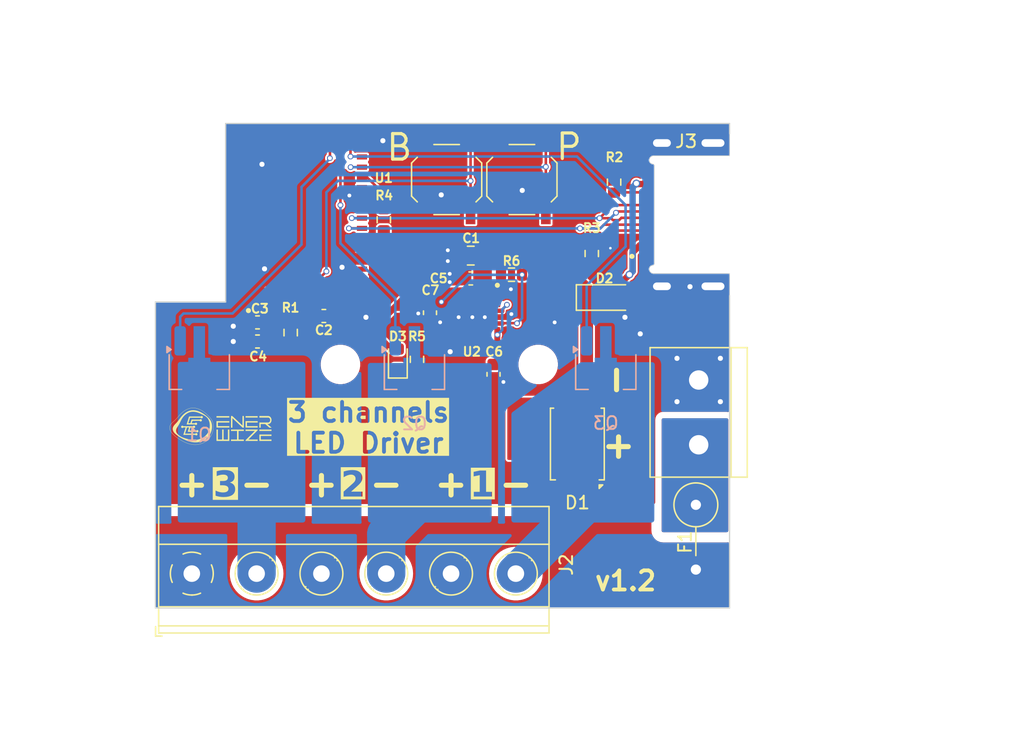
<source format=kicad_pcb>
(kicad_pcb
	(version 20240108)
	(generator "pcbnew")
	(generator_version "8.0")
	(general
		(thickness 1.6)
		(legacy_teardrops no)
	)
	(paper "A4")
	(title_block
		(comment 4 "AISLER Project ID: KMITUCAF")
	)
	(layers
		(0 "F.Cu" signal)
		(31 "B.Cu" signal)
		(32 "B.Adhes" user "B.Adhesive")
		(33 "F.Adhes" user "F.Adhesive")
		(34 "B.Paste" user)
		(35 "F.Paste" user)
		(36 "B.SilkS" user "B.Silkscreen")
		(37 "F.SilkS" user "F.Silkscreen")
		(38 "B.Mask" user)
		(39 "F.Mask" user)
		(40 "Dwgs.User" user "User.Drawings")
		(41 "Cmts.User" user "User.Comments")
		(42 "Eco1.User" user "User.Eco1")
		(43 "Eco2.User" user "User.Eco2")
		(44 "Edge.Cuts" user)
		(45 "Margin" user)
		(46 "B.CrtYd" user "B.Courtyard")
		(47 "F.CrtYd" user "F.Courtyard")
		(48 "B.Fab" user)
		(49 "F.Fab" user)
		(50 "User.1" user)
		(51 "User.2" user)
		(52 "User.3" user)
		(53 "User.4" user)
		(54 "User.5" user)
		(55 "User.6" user)
		(56 "User.7" user)
		(57 "User.8" user)
		(58 "User.9" user)
	)
	(setup
		(stackup
			(layer "F.SilkS"
				(type "Top Silk Screen")
			)
			(layer "F.Paste"
				(type "Top Solder Paste")
			)
			(layer "F.Mask"
				(type "Top Solder Mask")
				(thickness 0.01)
			)
			(layer "F.Cu"
				(type "copper")
				(thickness 0.035)
			)
			(layer "dielectric 1"
				(type "core")
				(thickness 1.51)
				(material "FR4")
				(epsilon_r 4.5)
				(loss_tangent 0.02)
			)
			(layer "B.Cu"
				(type "copper")
				(thickness 0.035)
			)
			(layer "B.Mask"
				(type "Bottom Solder Mask")
				(thickness 0.01)
			)
			(layer "B.Paste"
				(type "Bottom Solder Paste")
			)
			(layer "B.SilkS"
				(type "Bottom Silk Screen")
			)
			(copper_finish "None")
			(dielectric_constraints no)
		)
		(pad_to_mask_clearance 0)
		(allow_soldermask_bridges_in_footprints no)
		(grid_origin 55.25 24)
		(pcbplotparams
			(layerselection 0x00010fc_ffffffff)
			(plot_on_all_layers_selection 0x0000000_00000000)
			(disableapertmacros no)
			(usegerberextensions no)
			(usegerberattributes yes)
			(usegerberadvancedattributes yes)
			(creategerberjobfile yes)
			(dashed_line_dash_ratio 12.000000)
			(dashed_line_gap_ratio 3.000000)
			(svgprecision 4)
			(plotframeref no)
			(viasonmask no)
			(mode 1)
			(useauxorigin no)
			(hpglpennumber 1)
			(hpglpenspeed 20)
			(hpglpendiameter 15.000000)
			(pdf_front_fp_property_popups yes)
			(pdf_back_fp_property_popups yes)
			(dxfpolygonmode yes)
			(dxfimperialunits yes)
			(dxfusepcbnewfont yes)
			(psnegative no)
			(psa4output no)
			(plotreference yes)
			(plotvalue yes)
			(plotfptext yes)
			(plotinvisibletext no)
			(sketchpadsonfab no)
			(subtractmaskfromsilk no)
			(outputformat 1)
			(mirror no)
			(drillshape 1)
			(scaleselection 1)
			(outputdirectory "")
		)
	)
	(net 0 "")
	(net 1 "3V3")
	(net 2 "GND")
	(net 3 "/esp32-c6/D-")
	(net 4 "/esp32-c6/D+")
	(net 5 "unconnected-(U1-IO5-Pad10)")
	(net 6 "unconnected-(U1-NC-Pad34)")
	(net 7 "unconnected-(U1-IO23-Pad29)")
	(net 8 "unconnected-(U1-NC-Pad7)")
	(net 9 "unconnected-(U1-IO6-Pad15)")
	(net 10 "unconnected-(U1-NC-Pad4)")
	(net 11 "unconnected-(U1-IO18-Pad24)")
	(net 12 "unconnected-(U1-NC-Pad35)")
	(net 13 "unconnected-(U1-IO3-Pad6)")
	(net 14 "unconnected-(U1-IO7-Pad16)")
	(net 15 "unconnected-(U1-TXD0-Pad31)")
	(net 16 "unconnected-(U1-NC-Pad33)")
	(net 17 "unconnected-(U1-IO15-Pad20)")
	(net 18 "unconnected-(U1-NC-Pad32)")
	(net 19 "unconnected-(U1-IO2-Pad5)")
	(net 20 "unconnected-(U1-NC-Pad21)")
	(net 21 "IO19")
	(net 22 "unconnected-(U1-IO14-Pad19)")
	(net 23 "unconnected-(U1-IO4-Pad9)")
	(net 24 "unconnected-(U1-IO22-Pad28)")
	(net 25 "unconnected-(U1-RXD0-Pad30)")
	(net 26 "unconnected-(U1-IO0-Pad12)")
	(net 27 "IO20")
	(net 28 "unconnected-(U1-IO1-Pad13)")
	(net 29 "IO21")
	(net 30 "Net-(SW1-A)")
	(net 31 "Net-(U1-IO8)")
	(net 32 "Net-(SW2-A)")
	(net 33 "Net-(J2-Pin_2)")
	(net 34 "Net-(J2-Pin_4)")
	(net 35 "Net-(J2-Pin_6)")
	(net 36 "Net-(J1-Pin_1)")
	(net 37 "Net-(J3-CC2)")
	(net 38 "Net-(J3-CC1)")
	(net 39 "unconnected-(J3-SBU2-PadB8)")
	(net 40 "unconnected-(J3-SBU1-PadA8)")
	(net 41 "Net-(D1-A)")
	(net 42 "Vusb")
	(net 43 "Net-(D3-K)")
	(net 44 "Net-(U2-RT)")
	(net 45 "Net-(U2-PGOOD)")
	(net 46 "Vin")
	(net 47 "unconnected-(U2-SW-Pad5)")
	(net 48 "unconnected-(U2-BOOT-Pad7)")
	(net 49 "unconnected-(U2-SW-Pad5)_1")
	(footprint "Resistor_SMD:R_0603_1608Metric_Pad0.98x0.95mm_HandSolder" (layer "F.Cu") (at 65.85 40.4 90))
	(footprint "MountingHole:MountingHole_2.7mm_M2.5_DIN965" (layer "F.Cu") (at 85.25 42.9))
	(footprint "TerminalBlock:TerminalBlock_bornier-2_P5.08mm" (layer "F.Cu") (at 97.83 49.2 90))
	(footprint "Button_Switch_SMD:SW_Push_1P1T_XKB_TS-1187A" (layer "F.Cu") (at 83.975 28.4 90))
	(footprint "LED_SMD:LED_0603_1608Metric" (layer "F.Cu") (at 74.25 42.48 90))
	(footprint "Enerwize:DEALON USB-TYPE-C-016" (layer "F.Cu") (at 98.95 31.15 90))
	(footprint "Enerwize:ESP32-C6-MINI-1-N4" (layer "F.Cu") (at 66.5375 31.425 90))
	(footprint "Capacitor_SMD:C_0603_1608Metric" (layer "F.Cu") (at 63.25 39.6 180))
	(footprint "Resistor_THT:R_Axial_DIN0309_L9.0mm_D3.2mm_P5.08mm_Vertical" (layer "F.Cu") (at 97.61 53.91 -90))
	(footprint "Capacitor_SMD:C_0603_1608Metric" (layer "F.Cu") (at 81.75 43.675 -90))
	(footprint "Capacitor_SMD:C_0603_1608Metric" (layer "F.Cu") (at 79.965 36.1535 180))
	(footprint "Capacitor_SMD:C_0603_1608Metric" (layer "F.Cu") (at 68.45 39.1 180))
	(footprint "Capacitor_SMD:C_0805_2012Metric" (layer "F.Cu") (at 79.965 34.3635 180))
	(footprint "TerminalBlock_Phoenix:TerminalBlock_Phoenix_MKDS-1,5-6-5.08_1x06_P5.08mm_Horizontal" (layer "F.Cu") (at 58.1 59.305))
	(footprint "MountingHole:MountingHole_2.7mm_M2.5_DIN965" (layer "F.Cu") (at 69.75 42.9))
	(footprint "Resistor_SMD:R_0603_1608Metric" (layer "F.Cu") (at 91.2 28.6 -90))
	(footprint "Capacitor_SMD:C_0603_1608Metric" (layer "F.Cu") (at 63.25 41.1 180))
	(footprint "Button_Switch_SMD:SW_Push_1P1T_XKB_TS-1187A" (layer "F.Cu") (at 78.075 28.4 90))
	(footprint "Resistor_SMD:R_0603_1608Metric" (layer "F.Cu") (at 83.16 35.86 180))
	(footprint "Enerwize:QFN-FCMOD - 2.1 mm max height"
		(layer "F.Cu")
		(uuid "a5e27724-e864-4ce5-b712-8dfdf1c94eb1")
		(at 80.09 39.1875 -90)
		(property "Reference" "U2"
			(at 2.7125 0.04 0)
			(layer "F.SilkS")
			(uuid "4a06a47c-22c9-47a9-865c-cfa1c4beb5e9")
			(effects
				(font
					(size 0.7 0.7)
					(thickness 0.15)
				)
			)
		)
		(property "Value" "TPSM365R6V3"
			(at 9.18 3.364999 90)
			(layer "F.Fab")
			(uuid "6c03d13a-0f26-4ba3-a051-a91d5992ad14")
			(effects
				(font
					(size 1 1)
					(thickness 0.15)
				)
			)
		)
		(property "Footprint" "Enerwize:QFN-FCMOD - 2.1 mm max height"
			(at 0 0 90)
			(layer "F.Fab")
			(hide yes)
			(uuid "0340f1b4-d714-428a-9872-3b267c13e46b")
			(effects
				(font
					(size 1.27 1.27)
					(thickness 0.15)
				)
			)
		)
		(property "Datasheet" "https://www.ti.com/lit/ds/symlink/tpsm365r6.pdf"
			(at 0 0 90)
			(layer "F.Fab")
			(hide yes)
			(uuid "28435ac9-6c47-4974-91b4-65e2455195b5")
			(effects
				(font
					(size 1.27 1.27)
					(thickness 0.15)
				)
			)
		)
		(property "Description" "65-V input, 600mA, stepdown, DC/DC converter"
			(at 0 0 90)
			(layer "F.Fab")
			(hide yes)
			(uuid "6a7cfacd-6236-4c95-a43a-58a94e64c04a")
			(effects
				(font
					(size 1.27 1.27)
					(thickness 0.15)
				)
			)
		)
		(property "LCSC Part #" "C18208843"
			(at 0 0 -90)
			(unlocked yes)
			(layer "F.Fab")
			(hide yes)
			(uuid "9057b8ef-525b-4346-bfb3-3e316013010d")
			(effects
				(font
					(size 1 1)
					(thickness 0.15)
				)
			)
		)
		(property "Height" ""
			(at 0 0 -90)
			(unlocked yes)
			(layer "F.Fab")
			(hide yes)
			(uuid "0647ee3e-e1c8-45d6-80e0-54b4d2a56c77")
			(effects
				(font
					(size 1 1)
					(thickness 0.15)
				)
			)
		)
		(property "Manufacturer_Name" ""
			(at 0 0 -90)
			(unlocked yes)
			(layer "F.Fab")
			(hide yes)
			(uuid "94307047-c137-49a8-abaf-f09fae2705d0")
			(effects
				(font
					(size 1 1)
					(thickness 0.15)
				)
			)
		)
		(property "Manufacturer_Part_Number" ""
			(at 0 0 -90)
			(unlocked yes)
			(layer "F.Fab")
			(hide yes)
			(uuid "2ca715fb-bd75-4853-a72f-a4bcc305e623")
			(effects
				(font
					(size 1 1)
					(thickness 0.15)
				)
			)
		)
		(property "Mouser Part Number" ""
			(at 0 0 -90)
			(unlocked yes)
			(layer "F.Fab")
			(hide yes)
			(uuid "7eaa4aae-b1d8-4de1-80e9-8b4833f1c9c7")
			(effects
				(font
					(size 1 1)
					(thickness 0.15)
				)
			)
		)
		(property "Mouser Price/Stock" ""
			(at 0 0 -90)
			(unlocked yes)
			(layer "F.Fab")
			(hide yes)
			(uuid "a45bb534-d3eb-428e-b0d6-57d3111af3d9")
			(effects
				(font
					(size 1 1)
					(thickness 0.15)
				)
			)
		)
		(property ki_fp_filters "Texas*B3QFN*1EP*5x5.5mm*P0.65mm*")
		(path "/e5586072-d19e-4adf-9519-62330f02c9f8/2614ff04-2d1c-40c4-97d8-39b11bcfa496")
		(sheetname "DCDC Buck converter")
		(sheetfile "TPSM365R6.kicad_sch")
		(attr through_hole)
		(fp_poly
			(pts
				(xy -1.33 2.02) (xy -1.333 2.02) (xy -1.335 2.02) (xy -1.338 2.019) (xy -1.34 2.019) (xy -1.343 2.018)
				(xy -1.345 2.018) (xy -1.348 2.017) (xy -1.35 2.016) (xy -1.353 2.015) (xy -1.355 2.013) (xy -1.357 2.012)
				(xy -1.359 2.01) (xy -1.361 2.009) (xy -1.363 2.007) (xy -1.365 2.005) (xy -1.367 2.003) (xy -1.369 2.001)
				(xy -1.37 1.999) (xy -1.372 1.997) (xy -1.373 1.995) (xy -1.375 1.993) (xy -1.376 1.99) (xy -1.377 1.988)
				(xy -1.378 1.985) (xy -1.378 1.983) (xy -1.379 1.98) (xy -1.379 1.978) (xy -1.38 1.975) (xy -1.38 1.973)
				(xy -1.38 1.97) (xy -1.38 1.56) (xy -1.38 1.557) (xy -1.38 1.555) (xy -1.379 1.552) (xy -1.379 1.55)
				(xy -1.378 1.547) (xy -1.378 1.545) (xy -1.377 1.542) (xy -1.376 1.54) (xy -1.375 1.537) (xy -1.373 1.535)
				(xy -1.372 1.533) (xy -1.37 1.531) (xy -1.369 1.529) (xy -1.367 1.527) (xy -1.365 1.525) (xy -1.363 1.523)
				(xy -1.361 1.521) (xy -1.359 1.52) (xy -1.357 1.518) (xy -1.355 1.517) (xy -1.353 1.515) (xy -1.35 1.514)
				(xy -1.348 1.513) (xy -1.345 1.512) (xy -1.343 1.512) (xy -1.34 1.511) (xy -1.338 1.511) (xy -1.335 1.51)
				(xy -1.333 1.51) (xy -1.33 1.51) (xy -0.5 1.51) (xy -0.497 1.51) (xy -0.495 1.51) (xy -0.492 1.511)
				(xy -0.49 1.511) (xy -0.487 1.512) (xy -0.485 1.512) (xy -0.482 1.513) (xy -0.48 1.514) (xy -0.477 1.515)
				(xy -0.475 1.517) (xy -0.473 1.518) (xy -0.471 1.52) (xy -0.469 1.521) (xy -0.467 1.523) (xy -0.465 1.525)
				(xy -0.463 1.527) (xy -0.461 1.529) (xy -0.46 1.531) (xy -0.458 1.533) (xy -0.457 1.535) (xy -0.455 1.537)
				(xy -0.454 1.54) (xy -0.453 1.542) (xy -0.452 1.545) (xy -0.452 1.547) (xy -0.451 1.55) (xy -0.451 1.552)
				(xy -0.45 1.555) (xy -0.45 1.557) (xy -0.45 1.56) (xy -0.45 1.97) (xy -0.45 1.973) (xy -0.45 1.975)
				(xy -0.451 1.978) (xy -0.451 1.98) (xy -0.452 1.983) (xy -0.452 1.985) (xy -0.453 1.988) (xy -0.454 1.99)
				(xy -0.455 1.993) (xy -0.457 1.995) (xy -0.458 1.997) (xy -0.46 1.999) (xy -0.461 2.001) (xy -0.463 2.003)
				(xy -0.465 2.005) (xy -0.467 2.007) (xy -0.469 2.009) (xy -0.471 2.01) (xy -0.473 2.012) (xy -0.475 2.013)
				(xy -0.477 2.015) (xy -0.48 2.016) (xy -0.482 2.017) (xy -0.485 2.018) (xy -0.487 2.018) (xy -0.49 2.019)
				(xy -0.492 2.019) (xy -0.495 2.02) (xy -0.497 2.02) (xy -0.5 2.02) (xy -1.33 2.02)
			)
			(stroke
				(width 0.01)
				(type solid)
			)
			(fill solid)
			(layer "F.Paste")
			(uuid "f0dc3c96-8cb8-4ccd-86cc-b768504c5816")
		)
		(fp_poly
			(pts
				(xy 1.33 2.02) (xy 1.333 2.02) (xy 1.335 2.02) (xy 1.338 2.019) (xy 1.34 2.019) (xy 1.343 2.018)
				(xy 1.345 2.018) (xy 1.348 2.017) (xy 1.35 2.016) (xy 1.353 2.015) (xy 1.355 2.013) (xy 1.357 2.012)
				(xy 1.359 2.01) (xy 1.361 2.009) (xy 1.363 2.007) (xy 1.365 2.005) (xy 1.367 2.003) (xy 1.369 2.001)
				(xy 1.37 1.999) (xy 1.372 1.997) (xy 1.373 1.995) (xy 1.375 1.993) (xy 1.376 1.99) (xy 1.377 1.988)
				(xy 1.378 1.985) (xy 1.378 1.983) (xy 1.379 1.98) (xy 1.379 1.978) (xy 1.38 1.975) (xy 1.38 1.973)
				(xy 1.38 1.97) (xy 1.38 1.56) (xy 1.38 1.557) (xy 1.38 1.555) (xy 1.379 1.552) (xy 1.379 1.55) (xy 1.378 1.547)
				(xy 1.378 1.545) (xy 1.377 1.542) (xy 1.376 1.54) (xy 1.375 1.537) (xy 1.373 1.535) (xy 1.372 1.533)
				(xy 1.37 1.531) (xy 1.369 1.529) (xy 1.367 1.527) (xy 1.365 1.525) (xy 1.363 1.523) (xy 1.361 1.521)
				(xy 1.359 1.52) (xy 1.357 1.518) (xy 1.355 1.517) (xy 1.353 1.515) (xy 1.35 1.514) (xy 1.348 1.513)
				(xy 1.345 1.512) (xy 1.343 1.512) (xy 1.34 1.511) (xy 1.338 1.511) (xy 1.335 1.51) (xy 1.333 1.51)
				(xy 1.33 1.51) (xy 0.5 1.51) (xy 0.497 1.51) (xy 0.495 1.51) (xy 0.492 1.511) (xy 0.49 1.511) (xy 0.487 1.512)
				(xy 0.485 1.512) (xy 0.482 1.513) (xy 0.48 1.514) (xy 0.477 1.515) (xy 0.475 1.517) (xy 0.473 1.518)
				(xy 0.471 1.52) (xy 0.469 1.521) (xy 0.467 1.523) (xy 0.465 1.525) (xy 0.463 1.527) (xy 0.461 1.529)
				(xy 0.46 1.531) (xy 0.458 1.533) (xy 0.457 1.535) (xy 0.455 1.537) (xy 0.454 1.54) (xy 0.453 1.542)
				(xy 0.452 1.545) (xy 0.452 1.547) (xy 0.451 1.55) (xy 0.451 1.552) (xy 0.45 1.555) (xy 0.45 1.557)
				(xy 0.45 1.56) (xy 0.45 1.97) (xy 0.45 1.973) (xy 0.45 1.975) (xy 0.451 1.978) (xy 0.451 1.98) (xy 0.452 1.983)
				(xy 0.452 1.985) (xy 0.453 1.988) (xy 0.454 1.99) (xy 0.455 1.993) (xy 0.457 1.995) (xy 0.458 1.997)
				(xy 0.46 1.999) (xy 0.461 2.001) (xy 0.463 2.003) (xy 0.465 2.005) (xy 0.467 2.007) (xy 0.469 2.009)
				(xy 0.471 2.01) (xy 0.473 2.012) (xy 0.475 2.013) (xy 0.477 2.015) (xy 0.48 2.016) (xy 0.482 2.017)
				(xy 0.485 2.018) (xy 0.487 2.018) (xy 0.49 2.019) (xy 0.492 2.019) (xy 0.495 2.02) (xy 0.497 2.02)
				(xy 0.5 2.02) (xy 1.33 2.02)
			)
			(stroke
				(width 0.01)
				(type solid)
			)
			(fill solid)
			(layer "F.Paste")
			(uuid "1e84b252-5126-40ba-a362-2198fa5b54f3")
		)
		(fp_poly
			(pts
				(xy -1.95 1.72) (xy -1.95 1.87) (xy -1.95 1.873) (xy -1.95 1.875) (xy -1.949 1.878) (xy -1.949 1.88)
				(xy -1.948 1.883) (xy -1.948 1.885) (xy -1.947 1.888) (xy -1.946 1.89) (xy -1.945 1.893) (xy -1.943 1.895)
				(xy -1.942 1.897) (xy -1.94 1.899) (xy -1.939 1.901) (xy -1.937 1.903) (xy -1.935 1.905) (xy -1.933 1.907)
				(xy -1.931 1.909) (xy -1.929 1.91) (xy -1.927 1.912) (xy -1.925 1.913) (xy -1.923 1.915) (xy -1.92 1.916)
				(xy -1.918 1.917) (xy -1.915 1.918) (xy -1.913 1.918) (xy -1.91 1.919) (xy -1.908 1.919) (xy -1.905 1.92)
				(xy -1.903 1.92) (xy -1.9 1.92) (xy -1.625 1.92) (xy -1.622 1.92) (xy -1.62 1.92) (xy -1.617 1.919)
				(xy -1.615 1.919) (xy -1.612 1.918) (xy -1.61 1.918) (xy -1.607 1.917) (xy -1.605 1.916) (xy -1.602 1.915)
				(xy -1.6 1.913) (xy -1.598 1.912) (xy -1.596 1.91) (xy -1.594 1.909) (xy -1.592 1.907) (xy -1.59 1.905)
				(xy -1.588 1.903) (xy -1.586 1.901) (xy -1.585 1.899) (xy -1.583 1.897) (xy -1.582 1.895) (xy -1.58 1.893)
				(xy -1.579 1.89) (xy -1.578 1.888) (xy -1.577 1.885) (xy -1.577 1.883) (xy -1.576 1.88) (xy -1.576 1.878)
				(xy -1.575 1.875) (xy -1.575 1.873) (xy -1.575 1.87) (xy -1.575 1.72) (xy -1.575 1.717) (xy -1.575 1.715)
				(xy -1.576 1.712) (xy -1.576 1.71) (xy -1.577 1.707) (xy -1.577 1.705) (xy -1.578 1.702) (xy -1.579 1.7)
				(xy -1.58 1.697) (xy -1.582 1.695) (xy -1.583 1.693) (xy -1.585 1.691) (xy -1.586 1.689) (xy -1.588 1.687)
				(xy -1.59 1.685) (xy -1.592 1.683) (xy -1.594 1.681) (xy -1.596 1.68) (xy -1.598 1.678) (xy -1.6 1.677)
				(xy -1.602 1.675) (xy -1.605 1.674) (xy -1.607 1.673) (xy -1.61 1.672) (xy -1.612 1.672) (xy -1.615 1.671)
				(xy -1.617 1.671) (xy -1.62 1.67) (xy -1.622 1.67) (xy -1.625 1.67) (xy -1.9 1.67) (xy -1.903 1.67)
				(xy -1.905 1.67) (xy -1.908 1.671) (xy -1.91 1.671) (xy -1.913 1.672) (xy -1.915 1.672) (xy -1.918 1.673)
				(xy -1.92 1.674) (xy -1.923 1.675) (xy -1.925 1.677) (xy -1.927 1.678) (xy -1.929 1.68) (xy -1.931 1.681)
				(xy -1.933 1.683) (xy -1.935 1.685) (xy -1.937 1.687) (xy -1.939 1.689) (xy -1.94 1.691) (xy -1.942 1.693)
				(xy -1.943 1.695) (xy -1.945 1.697) (xy -1.946 1.7) (xy -1.947 1.702) (xy -1.948 1.705) (xy -1.948 1.707)
				(xy -1.949 1.71) (xy -1.949 1.712) (xy -1.95 1.715) (xy -1.95 1.717) (xy -1.95 1.72)
			)
			(stroke
				(width 0.01)
				(type solid)
			)
			(fill solid)
			(layer "F.Paste")
			(uuid "7aa0de95-2397-4313-a08f-565241da50f8")
		)
		(fp_poly
			(pts
				(xy 1.95 1.72) (xy 1.95 1.87) (xy 1.95 1.873) (xy 1.95 1.875) (xy 1.949 1.878) (xy 1.949 1.88) (xy 1.948 1.883)
				(xy 1.948 1.885) (xy 1.947 1.888) (xy 1.946 1.89) (xy 1.945 1.893) (xy 1.943 1.895) (xy 1.942 1.897)
				(xy 1.94 1.899) (xy 1.939 1.901) (xy 1.937 1.903) (xy 1.935 1.905) (xy 1.933 1.907) (xy 1.931 1.909)
				(xy 1.929 1.91) (xy 1.927 1.912) (xy 1.925 1.913) (xy 1.923 1.915) (xy 1.92 1.916) (xy 1.918 1.917)
				(xy 1.915 1.918) (xy 1.913 1.918) (xy 1.91 1.919) (xy 1.908 1.919) (xy 1.905 1.92) (xy 1.903 1.92)
				(xy 1.9 1.92) (xy 1.625 1.92) (xy 1.622 1.92) (xy 1.62 1.92) (xy 1.617 1.919) (xy 1.615 1.919) (xy 1.612 1.918)
				(xy 1.61 1.918) (xy 1.607 1.917) (xy 1.605 1.916) (xy 1.602 1.915) (xy 1.6 1.913) (xy 1.598 1.912)
				(xy 1.596 1.91) (xy 1.594 1.909) (xy 1.592 1.907) (xy 1.59 1.905) (xy 1.588 1.903) (xy 1.586 1.901)
				(xy 1.585 1.899) (xy 1.583 1.897) (xy 1.582 1.895) (xy 1.58 1.893) (xy 1.579 1.89) (xy 1.578 1.888)
				(xy 1.577 1.885) (xy 1.577 1.883) (xy 1.576 1.88) (xy 1.576 1.878) (xy 1.575 1.875) (xy 1.575 1.873)
				(xy 1.575 1.87) (xy 1.575 1.72) (xy 1.575 1.717) (xy 1.575 1.715) (xy 1.576 1.712) (xy 1.576 1.71)
				(xy 1.577 1.707) (xy 1.577 1.705) (xy 1.578 1.702) (xy 1.579 1.7) (xy 1.58 1.697) (xy 1.582 1.695)
				(xy 1.583 1.693) (xy 1.585 1.691) (xy 1.586 1.689) (xy 1.588 1.687) (xy 1.59 1.685) (xy 1.592 1.683)
				(xy 1.594 1.681) (xy 1.596 1.68) (xy 1.598 1.678) (xy 1.6 1.677) (xy 1.602 1.675) (xy 1.605 1.674)
				(xy 1.607 1.673) (xy 1.61 1.672) (xy 1.612 1.672) (xy 1.615 1.671) (xy 1.617 1.671) (xy 1.62 1.67)
				(xy 1.622 1.67) (xy 1.625 1.67) (xy 1.9 1.67) (xy 1.903 1.67) (xy 1.905 1.67) (xy 1.908 1.671) (xy 1.91 1.671)
				(xy 1.913 1.672) (xy 1.915 1.672) (xy 1.918 1.673) (xy 1.92 1.674) (xy 1.923 1.675) (xy 1.925 1.677)
				(xy 1.927 1.678) (xy 1.929 1.68) (xy 1.931 1.681) (xy 1.933 1.683) (xy 1.935 1.685) (xy 1.937 1.687)
				(xy 1.939 1.689) (xy 1.94 1.691) (xy 1.942 1.693) (xy 1.943 1.695) (xy 1.945 1.697) (xy 1.946 1.7)
				(xy 1.947 1.702) (xy 1.948 1.705) (xy 1.948 1.707) (xy 1.949 1.71) (xy 1.949 1.712) (xy 1.95 1.715)
				(xy 1.95 1.717) (xy 1.95 1.72)
			)
			(stroke
				(width 0.01)
				(type solid)
			)
			(fill solid)
			(layer "F.Paste")
			(uuid "c443eba8-d9f5-407b-adfd-37f754ce8adb")
		)
		(fp_poly
			(pts
				(xy -1.9 1.42) (xy -1.903 1.42) (xy -1.905 1.42) (xy -1.908 1.419) (xy -1.91 1.419) (xy -1.913 1.418)
				(xy -1.915 1.418) (xy -1.918 1.417) (xy -1.92 1.416) (xy -1.923 1.415) (xy -1.925 1.413) (xy -1.927 1.412)
				(xy -1.929 1.41) (xy -1.931 1.409) (xy -1.933 1.407) (xy -1.935 1.405) (xy -1.937 1.403) (xy -1.939 1.401)
				(xy -1.94 1.399) (xy -1.942 1.397) (xy -1.943 1.395) (xy -1.945 1.393) (xy -1.946 1.39) (xy -1.947 1.388)
				(xy -1.948 1.385) (xy -1.948 1.383) (xy -1.949 1.38) (xy -1.949 1.378) (xy -1.95 1.375) (xy -1.95 1.373)
				(xy -1.95 1.37) (xy -1.95 1.22) (xy -1.95 1.217) (xy -1.95 1.215) (xy -1.949 1.212) (xy -1.949 1.21)
				(xy -1.948 1.207) (xy -1.948 1.205) (xy -1.947 1.202) (xy -1.946 1.2) (xy -1.945 1.197) (xy -1.943 1.195)
				(xy -1.942 1.193) (xy -1.94 1.191) (xy -1.939 1.189) (xy -1.937 1.187) (xy -1.935 1.185) (xy -1.933 1.183)
				(xy -1.931 1.181) (xy -1.929 1.18) (xy -1.927 1.178) (xy -1.925 1.177) (xy -1.923 1.175) (xy -1.92 1.174)
				(xy -1.918 1.173) (xy -1.915 1.172) (xy -1.913 1.172) (xy -1.91 1.171) (xy -1.908 1.171) (xy -1.905 1.17)
				(xy -1.903 1.17) (xy -1.9 1.17) (xy -1.625 1.17) (xy -1.622 1.17) (xy -1.62 1.17) (xy -1.617 1.171)
				(xy -1.615 1.171) (xy -1.612 1.172) (xy -1.61 1.172) (xy -1.607 1.173) (xy -1.605 1.174) (xy -1.602 1.175)
				(xy -1.6 1.177) (xy -1.598 1.178) (xy -1.596 1.18) (xy -1.594 1.181) (xy -1.592 1.183) (xy -1.59 1.185)
				(xy -1.588 1.187) (xy -1.586 1.189) (xy -1.585 1.191) (xy -1.583 1.193) (xy -1.582 1.195) (xy -1.58 1.197)
				(xy -1.579 1.2) (xy -1.578 1.202) (xy -1.577 1.205) (xy -1.577 1.207) (xy -1.576 1.21) (xy -1.576 1.212)
				(xy -1.575 1.215) (xy -1.575 1.217) (xy -1.575 1.22) (xy -1.575 1.37) (xy -1.575 1.373) (xy -1.575 1.375)
				(xy -1.576 1.378) (xy -1.576 1.38) (xy -1.577 1.383) (xy -1.577 1.385) (xy -1.578 1.388) (xy -1.579 1.39)
				(xy -1.58 1.393) (xy -1.582 1.395) (xy -1.583 1.397) (xy -1.585 1.399) (xy -1.586 1.401) (xy -1.588 1.403)
				(xy -1.59 1.405) (xy -1.592 1.407) (xy -1.594 1.409) (xy -1.596 1.41) (xy -1.598 1.412) (xy -1.6 1.413)
				(xy -1.602 1.415) (xy -1.605 1.416) (xy -1.607 1.417) (xy -1.61 1.418) (xy -1.612 1.418) (xy -1.615 1.419)
				(xy -1.617 1.419) (xy -1.62 1.42) (xy -1.622 1.42) (xy -1.625 1.42) (xy -1.9 1.42)
			)
			(stroke
				(width 0.01)
				(type solid)
			)
			(fill solid)
			(layer "F.Paste")
			(uuid "47a64799-7945-4022-b0ae-0750caa5f3c9")
		)
		(fp_poly
			(pts
				(xy 1.9 1.42) (xy 1.903 1.42) (xy 1.905 1.42) (xy 1.908 1.419) (xy 1.91 1.419) (xy 1.913 1.418)
				(xy 1.915 1.418) (xy 1.918 1.417) (xy 1.92 1.416) (xy 1.923 1.415) (xy 1.925 1.413) (xy 1.927 1.412)
				(xy 1.929 1.41) (xy 1.931 1.409) (xy 1.933 1.407) (xy 1.935 1.405) (xy 1.937 1.403) (xy 1.939 1.401)
				(xy 1.94 1.399) (xy 1.942 1.397) (xy 1.943 1.395) (xy 1.945 1.393) (xy 1.946 1.39) (xy 1.947 1.388)
				(xy 1.948 1.385) (xy 1.948 1.383) (xy 1.949 1.38) (xy 1.949 1.378) (xy 1.95 1.375) (xy 1.95 1.373)
				(xy 1.95 1.37) (xy 1.95 1.22) (xy 1.95 1.217) (xy 1.95 1.215) (xy 1.949 1.212) (xy 1.949 1.21) (xy 1.948 1.207)
				(xy 1.948 1.205) (xy 1.947 1.202) (xy 1.946 1.2) (xy 1.945 1.197) (xy 1.943 1.195) (xy 1.942 1.193)
				(xy 1.94 1.191) (xy 1.939 1.189) (xy 1.937 1.187) (xy 1.935 1.185) (xy 1.933 1.183) (xy 1.931 1.181)
				(xy 1.929 1.18) (xy 1.927 1.178) (xy 1.925 1.177) (xy 1.923 1.175) (xy 1.92 1.174) (xy 1.918 1.173)
				(xy 1.915 1.172) (xy 1.913 1.172) (xy 1.91 1.171) (xy 1.908 1.171) (xy 1.905 1.17) (xy 1.903 1.17)
				(xy 1.9 1.17) (xy 1.625 1.17) (xy 1.622 1.17) (xy 1.62 1.17) (xy 1.617 1.171) (xy 1.615 1.171) (xy 1.612 1.172)
				(xy 1.61 1.172) (xy 1.607 1.173) (xy 1.605 1.174) (xy 1.602 1.175) (xy 1.6 1.177) (xy 1.598 1.178)
				(xy 1.596 1.18) (xy 1.594 1.181) (xy 1.592 1.183) (xy 1.59 1.185) (xy 1.588 1.187) (xy 1.586 1.189)
				(xy 1.585 1.191) (xy 1.583 1.193) (xy 1.582 1.195) (xy 1.58 1.197) (xy 1.579 1.2) (xy 1.578 1.202)
				(xy 1.577 1.205) (xy 1.577 1.207) (xy 1.576 1.21) (xy 1.576 1.212) (xy 1.575 1.215) (xy 1.575 1.217)
				(xy 1.575 1.22) (xy 1.575 1.37) (xy 1.575 1.373) (xy 1.575 1.375) (xy 1.576 1.378) (xy 1.576 1.38)
				(xy 1.577 1.383) (xy 1.577 1.385) (xy 1.578 1.388) (xy 1.579 1.39) (xy 1.58 1.393) (xy 1.582 1.395)
				(xy 1.583 1.397) (xy 1.585 1.399) (xy 1.586 1.401) (xy 1.588 1.403) (xy 1.59 1.405) (xy 1.592 1.407)
				(xy 1.594 1.409) (xy 1.596 1.41) (xy 1.598 1.412) (xy 1.6 1.413) (xy 1.602 1.415) (xy 1.605 1.416)
				(xy 1.607 1.417) (xy 1.61 1.418) (xy 1.612 1.418) (xy 1.615 1.419) (xy 1.617 1.419) (xy 1.62 1.42)
				(xy 1.622 1.42) (xy 1.625 1.42) (xy 1.9 1.42)
			)
			(stroke
				(width 0.01)
				(type solid)
			)
			(fill solid)
			(layer "F.Paste")
			(uuid "e8bb9f6f-f2ec-494a-99b1-3780111d6994")
		)
		(fp_poly
			(pts
				(xy -1.38 0.735) (xy -1.38 1.255) (xy -1.38 1.258) (xy -1.38 1.26) (xy -1.379 1.263) (xy -1.379 1.265)
				(xy -1.378 1.268) (xy -1.378 1.27) (xy -1.377 1.273) (xy -1.376 1.275) (xy -1.375 1.278) (xy -1.373 1.28)
				(xy -1.372 1.282) (xy -1.37 1.284) (xy -1.369 1.286) (xy -1.367 1.288) (xy -1.365 1.29) (xy -1.363 1.292)
				(xy -1.361 1.294) (xy -1.359 1.295) (xy -1.357 1.297) (xy -1.355 1.298) (xy -1.353 1.3) (xy -1.35 1.301)
				(xy -1.348 1.302) (xy -1.345 1.303) (xy -1.343 1.303) (xy -1.34 1.304) (xy -1.338 1.304) (xy -1.335 1.305)
				(xy -1.333 1.305) (xy -1.33 1.305) (xy -0.5 1.305) (xy -0.497 1.305) (xy -0.495 1.305) (xy -0.492 1.304)
				(xy -0.49 1.304) (xy -0.487 1.303) (xy -0.485 1.303) (xy -0.482 1.302) (xy -0.48 1.301) (xy -0.477 1.3)
				(xy -0.475 1.298) (xy -0.473 1.297) (xy -0.471 1.295) (xy -0.469 1.294) (xy -0.467 1.292) (xy -0.465 1.29)
				(xy -0.463 1.288) (xy -0.461 1.286) (xy -0.46 1.284) (xy -0.458 1.282) (xy -0.457 1.28) (xy -0.455 1.278)
				(xy -0.454 1.275) (xy -0.453 1.273) (xy -0.452 1.27) (xy -0.452 1.268) (xy -0.451 1.265) (xy -0.451 1.263)
				(xy -0.45 1.26) (xy -0.45 1.258) (xy -0.45 1.255) (xy -0.45 0.735) (xy -0.45 0.732) (xy -0.45 0.73)
				(xy -0.451 0.727) (xy -0.451 0.725) (xy -0.452 0.722) (xy -0.452 0.72) (xy -0.453 0.717) (xy -0.454 0.715)
				(xy -0.455 0.712) (xy -0.457 0.71) (xy -0.458 0.708) (xy -0.46 0.706) (xy -0.461 0.704) (xy -0.463 0.702)
				(xy -0.465 0.7) (xy -0.467 0.698) (xy -0.469 0.696) (xy -0.471 0.695) (xy -0.473 0.693) (xy -0.475 0.692)
				(xy -0.477 0.69) (xy -0.48 0.689) (xy -0.482 0.688) (xy -0.485 0.687) (xy -0.487 0.687) (xy -0.49 0.686)
				(xy -0.492 0.686) (xy -0.495 0.685) (xy -0.497 0.685) (xy -0.5 0.685) (xy -1.33 0.685) (xy -1.333 0.685)
				(xy -1.335 0.685) (xy -1.338 0.686) (xy -1.34 0.686) (xy -1.343 0.687) (xy -1.345 0.687) (xy -1.348 0.688)
				(xy -1.35 0.689) (xy -1.353 0.69) (xy -1.355 0.692) (xy -1.357 0.693) (xy -1.359 0.695) (xy -1.361 0.696)
				(xy -1.363 0.698) (xy -1.365 0.7) (xy -1.367 0.702) (xy -1.369 0.704) (xy -1.37 0.706) (xy -1.372 0.708)
				(xy -1.373 0.71) (xy -1.375 0.712) (xy -1.376 0.715) (xy -1.377 0.717) (xy -1.378 0.72) (xy -1.378 0.722)
				(xy -1.379 0.725) (xy -1.379 0.727) (xy -1.38 0.73) (xy -1.38 0.732) (xy -1.38 0.735)
			)
			(stroke
				(width 0.01)
				(type solid)
			)
			(fill solid)
			(layer "F.Paste")
			(uuid "8bb04184-c551-425a-9b4c-a77ad65ec07b")
		)
		(fp_poly
			(pts
				(xy 1.38 0.735) (xy 1.38 1.255) (xy 1.38 1.258) (xy 1.38 1.26) (xy 1.379 1.263) (xy 1.379 1.265)
				(xy 1.378 1.268) (xy 1.378 1.27) (xy 1.377 1.273) (xy 1.376 1.275) (xy 1.375 1.278) (xy 1.373 1.28)
				(xy 1.372 1.282) (xy 1.37 1.284) (xy 1.369 1.286) (xy 1.367 1.288) (xy 1.365 1.29) (xy 1.363 1.292)
				(xy 1.361 1.294) (xy 1.359 1.295) (xy 1.357 1.297) (xy 1.355 1.298) (xy 1.353 1.3) (xy 1.35 1.301)
				(xy 1.348 1.302) (xy 1.345 1.303) (xy 1.343 1.303) (xy 1.34 1.304) (xy 1.338 1.304) (xy 1.335 1.305)
				(xy 1.333 1.305) (xy 1.33 1.305) (xy 0.5 1.305) (xy 0.497 1.305) (xy 0.495 1.305) (xy 0.492 1.304)
				(xy 0.49 1.304) (xy 0.487 1.303) (xy 0.485 1.303) (xy 0.482 1.302) (xy 0.48 1.301) (xy 0.477 1.3)
				(xy 0.475 1.298) (xy 0.473 1.297) (xy 0.471 1.295) (xy 0.469 1.294) (xy 0.467 1.292) (xy 0.465 1.29)
				(xy 0.463 1.288) (xy 0.461 1.286) (xy 0.46 1.284) (xy 0.458 1.282) (xy 0.457 1.28) (xy 0.455 1.278)
				(xy 0.454 1.275) (xy 0.453 1.273) (xy 0.452 1.27) (xy 0.452 1.268) (xy 0.451 1.265) (xy 0.451 1.263)
				(xy 0.45 1.26) (xy 0.45 1.258) (xy 0.45 1.255) (xy 0.45 0.735) (xy 0.45 0.732) (xy 0.45 0.73) (xy 0.451 0.727)
				(xy 0.451 0.725) (xy 0.452 0.722) (xy 0.452 0.72) (xy 0.453 0.717) (xy 0.454 0.715) (xy 0.455 0.712)
				(xy 0.457 0.71) (xy 0.458 0.708) (xy 0.46 0.706) (xy 0.461 0.704) (xy 0.463 0.702) (xy 0.465 0.7)
				(xy 0.467 0.698) (xy 0.469 0.696) (xy 0.471 0.695) (xy 0.473 0.693) (xy 0.475 0.692) (xy 0.477 0.69)
				(xy 0.48 0.689) (xy 0.482 0.688) (xy 0.485 0.687) (xy 0.487 0.687) (xy 0.49 0.686) (xy 0.492 0.686)
				(xy 0.495 0.685) (xy 0.497 0.685) (xy 0.5 0.685) (xy 1.33 0.685) (xy 1.333 0.685) (xy 1.335 0.685)
				(xy 1.338 0.686) (xy 1.34 0.686) (xy 1.343 0.687) (xy 1.345 0.687) (xy 1.348 0.688) (xy 1.35 0.689)
				(xy 1.353 0.69) (xy 1.355 0.692) (xy 1.357 0.693) (xy 1.359 0.695) (xy 1.361 0.696) (xy 1.363 0.698)
				(xy 1.365 0.7) (xy 1.367 0.702) (xy 1.369 0.704) (xy 1.37 0.706) (xy 1.372 0.708) (xy 1.373 0.71)
				(xy 1.375 0.712) (xy 1.376 0.715) (xy 1.377 0.717) (xy 1.378 0.72) (xy 1.378 0.722) (xy 1.379 0.725)
				(xy 1.379 0.727) (xy 1.38 0.73) (xy 1.38 0.732) (xy 1.38 0.735)
			)
			(stroke
				(width 0.01)
				(type solid)
			)
			(fill solid)
			(layer "F.Paste")
			(uuid "cde02227-f114-4c28-8fac-db9663cce032")
		)
		(fp_poly
			(pts
				(xy -1.95 0.72) (xy -1.95 0.87) (xy -1.95 0.873) (xy -1.95 0.875) (xy -1.949 0.878) (xy -1.949 0.88)
				(xy -1.948 0.883) (xy -1.948 0.885) (xy -1.947 0.888) (xy -1.946 0.89) (xy -1.945 0.893) (xy -1.943 0.895)
				(xy -1.942 0.897) (xy -1.94 0.899) (xy -1.939 0.901) (xy -1.937 0.903) (xy -1.935 0.905) (xy -1.933 0.907)
				(xy -1.931 0.909) (xy -1.929 0.91) (xy -1.927 0.912) (xy -1.925 0.913) (xy -1.923 0.915) (xy -1.92 0.916)
				(xy -1.918 0.917) (xy -1.915 0.918) (xy -1.913 0.918) (xy -1.91 0.919) (xy -1.908 0.919) (xy -1.905 0.92)
				(xy -1.903 0.92) (xy -1.9 0.92) (xy -1.625 0.92) (xy -1.622 0.92) (xy -1.62 0.92) (xy -1.617 0.919)
				(xy -1.615 0.919) (xy -1.612 0.918) (xy -1.61 0.918) (xy -1.607 0.917) (xy -1.605 0.916) (xy -1.602 0.915)
				(xy -1.6 0.913) (xy -1.598 0.912) (xy -1.596 0.91) (xy -1.594 0.909) (xy -1.592 0.907) (xy -1.59 0.905)
				(xy -1.588 0.903) (xy -1.586 0.901) (xy -1.585 0.899) (xy -1.583 0.897) (xy -1.582 0.895) (xy -1.58 0.893)
				(xy -1.579 0.89) (xy -1.578 0.888) (xy -1.577 0.885) (xy -1.577 0.883) (xy -1.576 0.88) (xy -1.576 0.878)
				(xy -1.575 0.875) (xy -1.575 0.873) (xy -1.575 0.87) (xy -1.575 0.72) (xy -1.575 0.717) (xy -1.575 0.715)
				(xy -1.576 0.712) (xy -1.576 0.71) (xy -1.577 0.707) (xy -1.577 0.705) (xy -1.578 0.702) (xy -1.579 0.7)
				(xy -1.58 0.697) (xy -1.582 0.695) (xy -1.583 0.693) (xy -1.585 0.691) (xy -1.586 0.689) (xy -1.588 0.687)
				(xy -1.59 0.685) (xy -1.592 0.683) (xy -1.594 0.681) (xy -1.596 0.68) (xy -1.598 0.678) (xy -1.6 0.677)
				(xy -1.602 0.675) (xy -1.605 0.674) (xy -1.607 0.673) (xy -1.61 0.672) (xy -1.612 0.672) (xy -1.615 0.671)
				(xy -1.617 0.671) (xy -1.62 0.67) (xy -1.622 0.67) (xy -1.625 0.67) (xy -1.9 0.67) (xy -1.903 0.67)
				(xy -1.905 0.67) (xy -1.908 0.671) (xy -1.91 0.671) (xy -1.913 0.672) (xy -1.915 0.672) (xy -1.918 0.673)
				(xy -1.92 0.674) (xy -1.923 0.675) (xy -1.925 0.677) (xy -1.927 0.678) (xy -1.929 0.68) (xy -1.931 0.681)
				(xy -1.933 0.683) (xy -1.935 0.685) (xy -1.937 0.687) (xy -1.939 0.689) (xy -1.94 0.691) (xy -1.942 0.693)
				(xy -1.943 0.695) (xy -1.945 0.697) (xy -1.946 0.7) (xy -1.947 0.702) (xy -1.948 0.705) (xy -1.948 0.707)
				(xy -1.949 0.71) (xy -1.949 0.712) (xy -1.95 0.715) (xy -1.95 0.717) (xy -1.95 0.72)
			)
			(stroke
				(width 0.01)
				(type solid)
			)
			(fill solid)
			(layer "F.Paste")
			(uuid "0d3a541c-8c1f-432f-b389-12e73192ece7")
		)
		(fp_poly
			(pts
				(xy 1.95 0.72) (xy 1.95 0.87) (xy 1.95 0.873) (xy 1.95 0.875) (xy 1.949 0.878) (xy 1.949 0.88) (xy 1.948 0.883)
				(xy 1.948 0.885) (xy 1.947 0.888) (xy 1.946 0.89) (xy 1.945 0.893) (xy 1.943 0.895) (xy 1.942 0.897)
				(xy 1.94 0.899) (xy 1.939 0.901) (xy 1.937 0.903) (xy 1.935 0.905) (xy 1.933 0.907) (xy 1.931 0.909)
				(xy 1.929 0.91) (xy 1.927 0.912) (xy 1.925 0.913) (xy 1.923 0.915) (xy 1.92 0.916) (xy 1.918 0.917)
				(xy 1.915 0.918) (xy 1.913 0.918) (xy 1.91 0.919) (xy 1.908 0.919) (xy 1.905 0.92) (xy 1.903 0.92)
				(xy 1.9 0.92) (xy 1.625 0.92) (xy 1.622 0.92) (xy 1.62 0.92) (xy 1.617 0.919) (xy 1.615 0.919) (xy 1.612 0.918)
				(xy 1.61 0.918) (xy 1.607 0.917) (xy 1.605 0.916) (xy 1.602 0.915) (xy 1.6 0.913) (xy 1.598 0.912)
				(xy 1.596 0.91) (xy 1.594 0.909) (xy 1.592 0.907) (xy 1.59 0.905) (xy 1.588 0.903) (xy 1.586 0.901)
				(xy 1.585 0.899) (xy 1.583 0.897) (xy 1.582 0.895) (xy 1.58 0.893) (xy 1.579 0.89) (xy 1.578 0.888)
				(xy 1.577 0.885) (xy 1.577 0.883) (xy 1.576 0.88) (xy 1.576 0.878) (xy 1.575 0.875) (xy 1.575 0.873)
				(xy 1.575 0.87) (xy 1.575 0.72) (xy 1.575 0.717) (xy 1.575 0.715) (xy 1.576 0.712) (xy 1.576 0.71)
				(xy 1.577 0.707) (xy 1.577 0.705) (xy 1.578 0.702) (xy 1.579 0.7) (xy 1.58 0.697) (xy 1.582 0.695)
				(xy 1.583 0.693) (xy 1.585 0.691) (xy 1.586 0.689) (xy 1.588 0.687) (xy 1.59 0.685) (xy 1.592 0.683)
				(xy 1.594 0.681) (xy 1.596 0.68) (xy 1.598 0.678) (xy 1.6 0.677) (xy 1.602 0.675) (xy 1.605 0.674)
				(xy 1.607 0.673) (xy 1.61 0.672) (xy 1.612 0.672) (xy 1.615 0.671) (xy 1.617 0.671) (xy 1.62 0.67)
				(xy 1.622 0.67) (xy 1.625 0.67) (xy 1.9 0.67) (xy 1.903 0.67) (xy 1.905 0.67) (xy 1.908 0.671) (xy 1.91 0.671)
				(xy 1.913 0.672) (xy 1.915 0.672) (xy 1.918 0.673) (xy 1.92 0.674) (xy 1.923 0.675) (xy 1.925 0.677)
				(xy 1.927 0.678) (xy 1.929 0.68) (xy 1.931 0.681) (xy 1.933 0.683) (xy 1.935 0.685) (xy 1.937 0.687)
				(xy 1.939 0.689) (xy 1.94 0.691) (xy 1.942 0.693) (xy 1.943 0.695) (xy 1.945 0.697) (xy 1.946 0.7)
				(xy 1.947 0.702) (xy 1.948 0.705) (xy 1.948 0.707) (xy 1.949 0.71) (xy 1.949 0.712) (xy 1.95 0.715)
				(xy 1.95 0.717) (xy 1.95 0.72)
			)
			(stroke
				(width 0.01)
				(type solid)
			)
			(fill solid)
			(layer "F.Paste")
			(uuid "8a12ba4b-9d25-409b-847f-ab51bd20cb5a")
		)
		(fp_poly
			(pts
				(xy -1.95 0.22) (xy -1.95 0.37) (xy -1.95 0.373) (xy -1.95 0.375) (xy -1.949 0.378) (xy -1.949 0.38)
				(xy -1.948 0.383) (xy -1.948 0.385) (xy -1.947 0.388) (xy -1.946 0.39) (xy -1.945 0.393) (xy -1.943 0.395)
				(xy -1.942 0.397) (xy -1.94 0.399) (xy -1.939 0.401) (xy -1.937 0.403) (xy -1.935 0.405) (xy -1.933 0.407)
				(xy -1.931 0.409) (xy -1.929 0.41) (xy -1.927 0.412) (xy -1.925 0.413) (xy -1.923 0.415) (xy -1.92 0.416)
				(xy -1.918 0.417) (xy -1.915 0.418) (xy -1.913 0.418) (xy -1.91 0.419) (xy -1.908 0.419) (xy -1.905 0.42)
				(xy -1.903 0.42) (xy -1.9 0.42) (xy -1.625 0.42) (xy -1.622 0.42) (xy -1.62 0.42) (xy -1.617 0.419)
				(xy -1.615 0.419) (xy -1.612 0.418) (xy -1.61 0.418) (xy -1.607 0.417) (xy -1.605 0.416) (xy -1.602 0.415)
				(xy -1.6 0.413) (xy -1.598 0.412) (xy -1.596 0.41) (xy -1.594 0.409) (xy -1.592 0.407) (xy -1.59 0.405)
				(xy -1.588 0.403) (xy -1.586 0.401) (xy -1.585 0.399) (xy -1.583 0.397) (xy -1.582 0.395) (xy -1.58 0.393)
				(xy -1.579 0.39) (xy -1.578 0.388) (xy -1.577 0.385) (xy -1.577 0.383) (xy -1.576 0.38) (xy -1.576 0.378)
				(xy -1.575 0.375) (xy -1.575 0.373) (xy -1.575 0.37) (xy -1.575 0.22) (xy -1.575 0.217) (xy -1.575 0.215)
				(xy -1.576 0.212) (xy -1.576 0.21) (xy -1.577 0.207) (xy -1.577 0.205) (xy -1.578 0.202) (xy -1.579 0.2)
				(xy -1.58 0.197) (xy -1.582 0.195) (xy -1.583 0.193) (xy -1.585 0.191) (xy -1.586 0.189) (xy -1.588 0.187)
				(xy -1.59 0.185) (xy -1.592 0.183) (xy -1.594 0.181) (xy -1.596 0.18) (xy -1.598 0.178) (xy -1.6 0.177)
				(xy -1.602 0.175) (xy -1.605 0.174) (xy -1.607 0.173) (xy -1.61 0.172) (xy -1.612 0.172) (xy -1.615 0.171)
				(xy -1.617 0.171) (xy -1.62 0.17) (xy -1.622 0.17) (xy -1.625 0.17) (xy -1.9 0.17) (xy -1.903 0.17)
				(xy -1.905 0.17) (xy -1.908 0.171) (xy -1.91 0.171) (xy -1.913 0.172) (xy -1.915 0.172) (xy -1.918 0.173)
				(xy -1.92 0.174) (xy -1.923 0.175) (xy -1.925 0.177) (xy -1.927 0.178) (xy -1.929 0.18) (xy -1.931 0.181)
				(xy -1.933 0.183) (xy -1.935 0.185) (xy -1.937 0.187) (xy -1.939 0.189) (xy -1.94 0.191) (xy -1.942 0.193)
				(xy -1.943 0.195) (xy -1.945 0.197) (xy -1.946 0.2) (xy -1.947 0.202) (xy -1.948 0.205) (xy -1.948 0.207)
				(xy -1.949 0.21) (xy -1.949 0.212) (xy -1.95 0.215) (xy -1.95 0.217) (xy -1.95 0.22)
			)
			(stroke
				(width 0.01)
				(type solid)
			)
			(fill solid)
			(layer "F.Paste")
			(uuid "0fd3e50b-a142-4b8d-8488-de4ee660eb4e")
		)
		(fp_poly
			(pts
				(xy 1.95 0.22) (xy 1.95 0.37) (xy 1.95 0.373) (xy 1.95 0.375) (xy 1.949 0.378) (xy 1.949 0.38) (xy 1.948 0.383)
				(xy 1.948 0.385) (xy 1.947 0.388) (xy 1.946 0.39) (xy 1.945 0.393) (xy 1.943 0.395) (xy 1.942 0.397)
				(xy 1.94 0.399) (xy 1.939 0.401) (xy 1.937 0.403) (xy 1.935 0.405) (xy 1.933 0.407) (xy 1.931 0.409)
				(xy 1.929 0.41) (xy 1.927 0.412) (xy 1.925 0.413) (xy 1.923 0.415) (xy 1.92 0.416) (xy 1.918 0.417)
				(xy 1.915 0.418) (xy 1.913 0.418) (xy 1.91 0.419) (xy 1.908 0.419) (xy 1.905 0.42) (xy 1.903 0.42)
				(xy 1.9 0.42) (xy 1.625 0.42) (xy 1.622 0.42) (xy 1.62 0.42) (xy 1.617 0.419) (xy 1.615 0.419) (xy 1.612 0.418)
				(xy 1.61 0.418) (xy 1.607 0.417) (xy 1.605 0.416) (xy 1.602 0.415) (xy 1.6 0.413) (xy 1.598 0.412)
				(xy 1.596 0.41) (xy 1.594 0.409) (xy 1.592 0.407) (xy 1.59 0.405) (xy 1.588 0.403) (xy 1.586 0.401)
				(xy 1.585 0.399) (xy 1.583 0.397) (xy 1.582 0.395) (xy 1.58 0.393) (xy 1.579 0.39) (xy 1.578 0.388)
				(xy 1.577 0.385) (xy 1.577 0.383) (xy 1.576 0.38) (xy 1.576 0.378) (xy 1.575 0.375) (xy 1.575 0.373)
				(xy 1.575 0.37) (xy 1.575 0.22) (xy 1.575 0.217) (xy 1.575 0.215) (xy 1.576 0.212) (xy 1.576 0.21)
				(xy 1.577 0.207) (xy 1.577 0.205) (xy 1.578 0.202) (xy 1.579 0.2) (xy 1.58 0.197) (xy 1.582 0.195)
				(xy 1.583 0.193) (xy 1.585 0.191) (xy 1.586 0.189) (xy 1.588 0.187) (xy 1.59 0.185) (xy 1.592 0.183)
				(xy 1.594 0.181) (xy 1.596 0.18) (xy 1.598 0.178) (xy 1.6 0.177) (xy 1.602 0.175) (xy 1.605 0.174)
				(xy 1.607 0.173) (xy 1.61 0.172) (xy 1.612 0.172) (xy 1.615 0.171) (xy 1.617 0.171) (xy 1.62 0.17)
				(xy 1.622 0.17) (xy 1.625 0.17) (xy 1.9 0.17) (xy 1.903 0.17) (xy 1.905 0.17) (xy 1.908 0.171) (xy 1.91 0.171)
				(xy 1.913 0.172) (xy 1.915 0.172) (xy 1.918 0.173) (xy 1.92 0.174) (xy 1.923 0.175) (xy 1.925 0.177)
				(xy 1.927 0.178) (xy 1.929 0.18) (xy 1.931 0.181) (xy 1.933 0.183) (xy 1.935 0.185) (xy 1.937 0.187)
				(xy 1.939 0.189) (xy 1.94 0.191) (xy 1.942 0.193) (xy 1.943 0.195) (xy 1.945 0.197) (xy 1.946 0.2)
				(xy 1.947 0.202) (xy 1.948 0.205) (xy 1.948 0.207) (xy 1.949 0.21) (xy 1.949 0.212) (xy 1.95 0.215)
				(xy 1.95 0.217) (xy 1.95 0.22)
			)
			(stroke
				(width 0.01)
				(type solid)
			)
			(fill solid)
			(layer "F.Paste")
			(uuid "b0de02ce-7687-44f1-9db8-544fd731ad6a")
		)
		(fp_poly
			(pts
				(xy -1.38 0.02) (xy -1.38 0.43) (xy -1.38 0.433) (xy -1.38 0.435) (xy -1.379 0.438) (xy -1.379 0.44)
				(xy -1.378 0.443) (xy -1.378 0.445) (xy -1.377 0.448) (xy -1.376 0.45) (xy -1.375 0.453) (xy -1.373 0.455)
				(xy -1.372 0.457) (xy -1.37 0.459) (xy -1.369 0.461) (xy -1.367 0.463) (xy -1.365 0.465) (xy -1.363 0.467)
				(xy -1.361 0.469) (xy -1.359 0.47) (xy -1.357 0.472) (xy -1.355 0.473) (xy -1.353 0.475) (xy -1.35 0.476)
				(xy -1.348 0.477) (xy -1.345 0.478) (xy -1.343 0.478) (xy -1.34 0.479) (xy -1.338 0.479) (xy -1.335 0.48)
				(xy -1.333 0.48) (xy -1.33 0.48) (xy -0.5 0.48) (xy -0.497 0.48) (xy -0.495 0.48) (xy -0.492 0.479)
				(xy -0.49 0.479) (xy -0.487 0.478) (xy -0.485 0.478) (xy -0.482 0.477) (xy -0.48 0.476) (xy -0.477 0.475)
				(xy -0.475 0.473) (xy -0.473 0.472) (xy -0.471 0.47) (xy -0.469 0.469) (xy -0.467 0.467) (xy -0.465 0.465)
				(xy -0.463 0.463) (xy -0.461 0.461) (xy -0.46 0.459) (xy -0.458 0.457) (xy -0.457 0.455) (xy -0.455 0.453)
				(xy -0.454 0.45) (xy -0.453 0.448) (xy -0.452 0.445) (xy -0.452 0.443) (xy -0.451 0.44) (xy -0.451 0.438)
				(xy -0.45 0.435) (xy -0.45 0.433) (xy -0.45 0.43) (xy -0.45 0.02) (xy -0.45 0.017) (xy -0.45 0.015)
				(xy -0.451 0.012) (xy -0.451 0.01) (xy -0.452 0.007) (xy -0.452 0.005) (xy -0.453 0.002) (xy -0.454 0)
				(xy -0.455 -0.003) (xy -0.457 -0.005) (xy -0.458 -0.007) (xy -0.46 -0.009) (xy -0.461 -0.011) (xy -0.463 -0.013)
				(xy -0.465 -0.015) (xy -0.467 -0.017) (xy -0.469 -0.019) (xy -0.471 -0.02) (xy -0.473 -0.022) (xy -0.475 -0.023)
				(xy -0.477 -0.025) (xy -0.48 -0.026) (xy -0.482 -0.027) (xy -0.485 -0.028) (xy -0.487 -0.028) (xy -0.49 -0.029)
				(xy -0.492 -0.029) (xy -0.495 -0.03) (xy -0.497 -0.03) (xy -0.5 -0.03) (xy -1.33 -0.03) (xy -1.333 -0.03)
				(xy -1.335 -0.03) (xy -1.338 -0.029) (xy -1.34 -0.029) (xy -1.343 -0.028) (xy -1.345 -0.028) (xy -1.348 -0.027)
				(xy -1.35 -0.026) (xy -1.353 -0.025) (xy -1.355 -0.023) (xy -1.357 -0.022) (xy -1.359 -0.02) (xy -1.361 -0.019)
				(xy -1.363 -0.017) (xy -1.365 -0.015) (xy -1.367 -0.013) (xy -1.369 -0.011) (xy -1.37 -0.009) (xy -1.372 -0.007)
				(xy -1.373 -0.005) (xy -1.375 -0.003) (xy -1.376 0) (xy -1.377 0.002) (xy -1.378 0.005) (xy -1.378 0.007)
				(xy -1.379 0.01) (xy -1.379 0.012) (xy -1.38 0.015) (xy -1.38 0.017) (xy -1.38 0.02)
			)
			(stroke
				(width 0.01)
				(type solid)
			)
			(fill solid)
			(layer "F.Paste")
			(uuid "234cd458-84a1-4276-8852-020d18c977a0")
		)
		(fp_poly
			(pts
				(xy 1.38 0.02) (xy 1.38 0.43) (xy 1.38 0.433) (xy 1.38 0.435) (xy 1.379 0.438) (xy 1.379 0.44) (xy 1.378 0.443)
				(xy 1.378 0.445) (xy 1.377 0.448) (xy 1.376 0.45) (xy 1.375 0.453) (xy 1.373 0.455) (xy 1.372 0.457)
				(xy 1.37 0.459) (xy 1.369 0.461) (xy 1.367 0.463) (xy 1.365 0.465) (xy 1.363 0.467) (xy 1.361 0.469)
				(xy 1.359 0.47) (xy 1.357 0.472) (xy 1.355 0.473) (xy 1.353 0.475) (xy 1.35 0.476) (xy 1.348 0.477)
				(xy 1.345 0.478) (xy 1.343 0.478) (xy 1.34 0.479) (xy 1.338 0.479) (xy 1.335 0.48) (xy 1.333 0.48)
				(xy 1.33 0.48) (xy 0.5 0.48) (xy 0.497 0.48) (xy 0.495 0.48) (xy 0.492 0.479) (xy 0.49 0.479) (xy 0.487 0.478)
				(xy 0.485 0.478) (xy 0.482 0.477) (xy 0.48 0.476) (xy 0.477 0.475) (xy 0.475 0.473) (xy 0.473 0.472)
				(xy 0.471 0.47) (xy 0.469 0.469) (xy 0.467 0.467) (xy 0.465 0.465) (xy 0.463 0.463) (xy 0.461 0.461)
				(xy 0.46 0.459) (xy 0.458 0.457) (xy 0.457 0.455) (xy 0.455 0.453) (xy 0.454 0.45) (xy 0.453 0.448)
				(xy 0.452 0.445) (xy 0.452 0.443) (xy 0.451 0.44) (xy 0.451 0.438) (xy 0.45 0.435) (xy 0.45 0.433)
				(xy 0.45 0.43) (xy 0.45 0.02) (xy 0.45 0.017) (xy 0.45 0.015) (xy 0.451 0.012) (xy 0.451 0.01) (xy 0.452 0.007)
				(xy 0.452 0.005) (xy 0.453 0.002) (xy 0.454 0) (xy 0.455 -0.003) (xy 0.457 -0.005) (xy 0.458 -0.007)
				(xy 0.46 -0.009) (xy 0.461 -0.011) (xy 0.463 -0.013) (xy 0.465 -0.015) (xy 0.467 -0.017) (xy 0.469 -0.019)
				(xy 0.471 -0.02) (xy 0.473 -0.022) (xy 0.475 -0.023) (xy 0.477 -0.025) (xy 0.48 -0.026) (xy 0.482 -0.027)
				(xy 0.485 -0.028) (xy 0.487 -0.028) (xy 0.49 -0.029) (xy 0.492 -0.029) (xy 0.495 -0.03) (xy 0.497 -0.03)
				(xy 0.5 -0.03) (xy 1.33 -0.03) (xy 1.333 -0.03) (xy 1.335 -0.03) (xy 1.338 -0.029) (xy 1.34 -0.029)
				(xy 1.343 -0.028) (xy 1.345 -0.028) (xy 1.348 -0.027) (xy 1.35 -0.026) (xy 1.353 -0.025) (xy 1.355 -0.023)
				(xy 1.357 -0.022) (xy 1.359 -0.02) (xy 1.361 -0.019) (xy 1.363 -0.017) (xy 1.365 -0.015) (xy 1.367 -0.013)
				(xy 1.369 -0.011) (xy 1.37 -0.009) (xy 1.372 -0.007) (xy 1.373 -0.005) (xy 1.375 -0.003) (xy 1.376 0)
				(xy 1.377 0.002) (xy 1.378 0.005) (xy 1.378 0.007) (xy 1.379 0.01) (xy 1.379 0.012) (xy 1.38 0.015)
				(xy 1.38 0.017) (xy 1.38 0.02)
			)
			(stroke
				(width 0.01)
				(type solid)
			)
			(fill solid)
			(layer "F.Paste")
			(uuid "ddbfbd16-276f-4fd9-99f5-ddeeefdecc13")
		)
		(fp_poly
			(pts
				(xy -1.9 -0.525) (xy -1.903 -0.525) (xy -1.905 -0.525) (xy -1.908 -0.526) (xy -1.91 -0.526) (xy -1.913 -0.527)
				(xy -1.915 -0.527) (xy -1.918 -0.528) (xy -1.92 -0.529) (xy -1.923 -0.53) (xy -1.925 -0.532) (xy -1.927 -0.533)
				(xy -1.929 -0.535) (xy -1.931 -0.536) (xy -1.933 -0.538) (xy -1.935 -0.54) (xy -1.937 -0.542) (xy -1.939 -0.544)
				(xy -1.94 -0.546) (xy -1.942 -0.548) (xy -1.943 -0.55) (xy -1.945 -0.552) (xy -1.946 -0.555) (xy -1.947 -0.557)
				(xy -1.948 -0.56) (xy -1.948 -0.562) (xy -1.949 -0.565) (xy -1.949 -0.567) (xy -1.95 -0.57) (xy -1.95 -0.572)
				(xy -1.95 -0.575) (xy -1.95 -0.725) (xy -1.95 -0.728) (xy -1.95 -0.73) (xy -1.949 -0.733) (xy -1.949 -0.735)
				(xy -1.948 -0.738) (xy -1.948 -0.74) (xy -1.947 -0.743) (xy -1.946 -0.745) (xy -1.945 -0.748) (xy -1.943 -0.75)
				(xy -1.942 -0.752) (xy -1.94 -0.754) (xy -1.939 -0.756) (xy -1.937 -0.758) (xy -1.935 -
... [381336 chars truncated]
</source>
